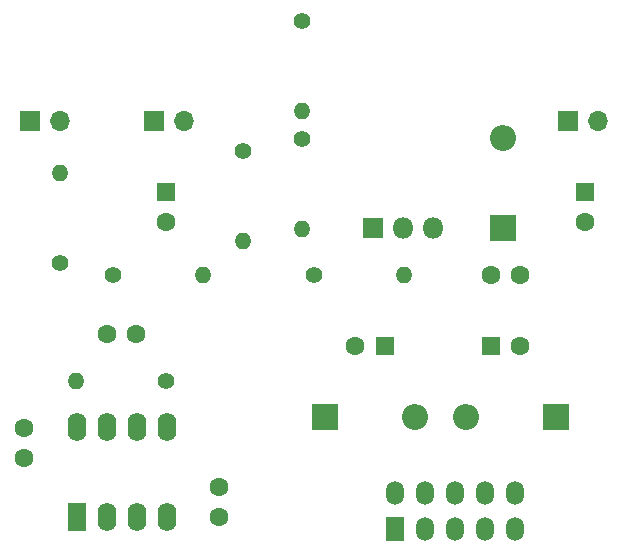
<source format=gbr>
G04 #@! TF.FileFunction,Copper,L1,Top,Signal*
%FSLAX46Y46*%
G04 Gerber Fmt 4.6, Leading zero omitted, Abs format (unit mm)*
G04 Created by KiCad (PCBNEW 4.0.7) date Wed Nov 22 16:36:53 2017*
%MOMM*%
%LPD*%
G01*
G04 APERTURE LIST*
%ADD10C,0.100000*%
%ADD11O,1.500000X2.000000*%
%ADD12R,1.500000X2.000000*%
%ADD13R,1.800000X1.800000*%
%ADD14O,1.800000X1.800000*%
%ADD15R,1.600000X1.600000*%
%ADD16C,1.600000*%
%ADD17R,2.200000X2.200000*%
%ADD18O,2.200000X2.200000*%
%ADD19R,1.700000X1.700000*%
%ADD20O,1.700000X1.700000*%
%ADD21C,1.400000*%
%ADD22O,1.400000X1.400000*%
%ADD23R,1.600000X2.400000*%
%ADD24O,1.600000X2.400000*%
G04 APERTURE END LIST*
D10*
D11*
X48580000Y4480000D03*
X48580000Y7520000D03*
X46040000Y7520000D03*
X46040000Y4480000D03*
D12*
X38420000Y4480000D03*
D11*
X38420000Y7520000D03*
X40960000Y4480000D03*
X40960000Y7520000D03*
X43500000Y4480000D03*
X43500000Y7520000D03*
D13*
X36500000Y30000000D03*
D14*
X39040000Y30000000D03*
X41580000Y30000000D03*
D15*
X37500000Y20000000D03*
D16*
X35000000Y20000000D03*
D17*
X32500000Y14000000D03*
D18*
X40120000Y14000000D03*
D15*
X54500000Y33000000D03*
D16*
X54500000Y30500000D03*
D15*
X46500000Y20000000D03*
D16*
X49000000Y20000000D03*
D19*
X53000000Y39000000D03*
D20*
X55540000Y39000000D03*
D21*
X30500000Y37500000D03*
D22*
X30500000Y29880000D03*
D21*
X30500000Y47500000D03*
D22*
X30500000Y39880000D03*
D21*
X31500000Y26000000D03*
D22*
X39120000Y26000000D03*
D16*
X46500000Y26000000D03*
X49000000Y26000000D03*
X7000000Y13000000D03*
X7000000Y10500000D03*
X23500000Y5500000D03*
X23500000Y8000000D03*
D15*
X19000000Y33000000D03*
D16*
X19000000Y30500000D03*
X16500000Y21000000D03*
X14000000Y21000000D03*
D17*
X52000000Y14000000D03*
D18*
X44380000Y14000000D03*
D17*
X47500000Y30000000D03*
D18*
X47500000Y37620000D03*
D19*
X18000000Y39000000D03*
D20*
X20540000Y39000000D03*
D19*
X7500000Y39000000D03*
D20*
X10040000Y39000000D03*
D21*
X25500000Y36500000D03*
D22*
X25500000Y28880000D03*
D21*
X14500000Y26000000D03*
D22*
X22120000Y26000000D03*
D21*
X19000000Y17000000D03*
D22*
X11380000Y17000000D03*
D21*
X10000000Y27000000D03*
D22*
X10000000Y34620000D03*
D23*
X11500000Y5500000D03*
D24*
X19120000Y13120000D03*
X14040000Y5500000D03*
X16580000Y13120000D03*
X16580000Y5500000D03*
X14040000Y13120000D03*
X19120000Y5500000D03*
X11500000Y13120000D03*
M02*

</source>
